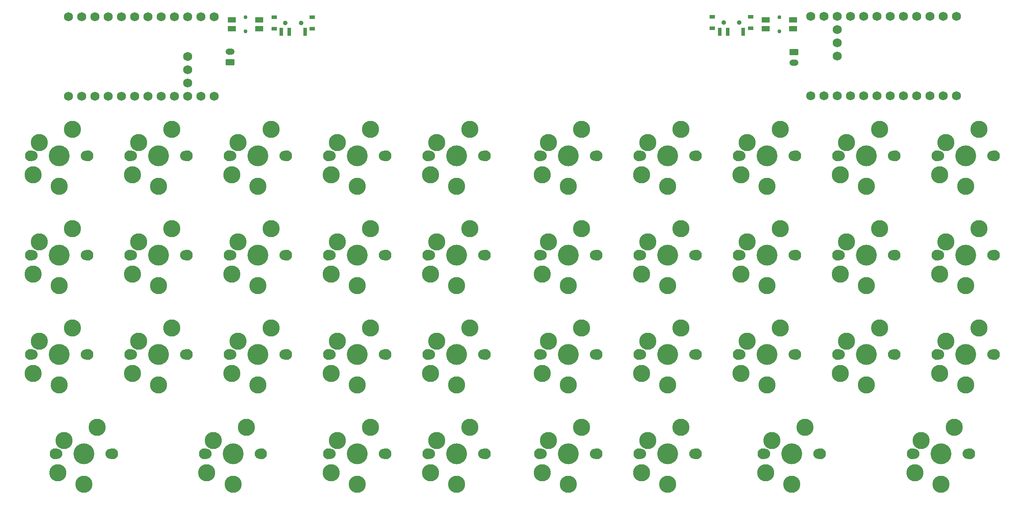
<source format=gbr>
%TF.GenerationSoftware,KiCad,Pcbnew,7.0.6*%
%TF.CreationDate,2023-11-09T09:41:33-05:00*%
%TF.ProjectId,split38,73706c69-7433-4382-9e6b-696361645f70,rev?*%
%TF.SameCoordinates,Original*%
%TF.FileFunction,Soldermask,Top*%
%TF.FilePolarity,Negative*%
%FSLAX46Y46*%
G04 Gerber Fmt 4.6, Leading zero omitted, Abs format (unit mm)*
G04 Created by KiCad (PCBNEW 7.0.6) date 2023-11-09 09:41:33*
%MOMM*%
%LPD*%
G01*
G04 APERTURE LIST*
G04 Aperture macros list*
%AMRoundRect*
0 Rectangle with rounded corners*
0 $1 Rounding radius*
0 $2 $3 $4 $5 $6 $7 $8 $9 X,Y pos of 4 corners*
0 Add a 4 corners polygon primitive as box body*
4,1,4,$2,$3,$4,$5,$6,$7,$8,$9,$2,$3,0*
0 Add four circle primitives for the rounded corners*
1,1,$1+$1,$2,$3*
1,1,$1+$1,$4,$5*
1,1,$1+$1,$6,$7*
1,1,$1+$1,$8,$9*
0 Add four rect primitives between the rounded corners*
20,1,$1+$1,$2,$3,$4,$5,0*
20,1,$1+$1,$4,$5,$6,$7,0*
20,1,$1+$1,$6,$7,$8,$9,0*
20,1,$1+$1,$8,$9,$2,$3,0*%
G04 Aperture macros list end*
%ADD10RoundRect,0.250000X0.625000X-0.350000X0.625000X0.350000X-0.625000X0.350000X-0.625000X-0.350000X0*%
%ADD11O,1.750000X1.200000*%
%ADD12R,1.000000X0.800000*%
%ADD13C,0.900000*%
%ADD14R,0.700000X1.500000*%
%ADD15C,1.752600*%
%ADD16RoundRect,0.250000X-0.625000X0.350000X-0.625000X-0.350000X0.625000X-0.350000X0.625000X0.350000X0*%
%ADD17C,0.750000*%
%ADD18R,1.550000X1.000000*%
%ADD19C,2.100000*%
%ADD20C,1.900000*%
%ADD21C,3.000000*%
%ADD22C,3.300000*%
%ADD23C,4.000000*%
G04 APERTURE END LIST*
D10*
%TO.C,J1*%
X66144889Y-39199187D03*
D11*
X66144889Y-37199187D03*
%TD*%
D12*
%TO.C,SW1*%
X81874756Y-32776021D03*
X81874756Y-30566021D03*
D13*
X79724756Y-31666021D03*
X76724756Y-31666021D03*
D12*
X74574756Y-32776021D03*
X74574756Y-30566021D03*
D14*
X80474756Y-33426021D03*
X77474756Y-33426021D03*
X75974756Y-33426021D03*
%TD*%
D15*
%TO.C,U1*%
X35163100Y-45720000D03*
X37703100Y-45720000D03*
X40243100Y-45720000D03*
X42783100Y-45720000D03*
X45323100Y-45720000D03*
X47863100Y-45720000D03*
X50403100Y-45720000D03*
X52943100Y-45720000D03*
X55483100Y-45720000D03*
X58023100Y-45720000D03*
X60563100Y-45720000D03*
X63103100Y-45720000D03*
X63103100Y-30480000D03*
X60563100Y-30480000D03*
X58023100Y-30480000D03*
X55483100Y-30480000D03*
X52943100Y-30480000D03*
X50403100Y-30480000D03*
X47863100Y-30480000D03*
X45323100Y-30480000D03*
X42783100Y-30480000D03*
X40243100Y-30480000D03*
X37703100Y-30480000D03*
X35163100Y-30480000D03*
X58023100Y-43180000D03*
X58023100Y-40640000D03*
X58023100Y-38100000D03*
%TD*%
D16*
%TO.C,J2*%
X174224415Y-37286478D03*
D11*
X174224415Y-39286478D03*
%TD*%
D17*
%TO.C,SW4*%
X171450000Y-30587500D03*
X171450000Y-33337500D03*
D18*
X168825000Y-31112500D03*
X174075000Y-31112500D03*
X168825000Y-32812500D03*
X174075000Y-32812500D03*
%TD*%
D12*
%TO.C,SW2*%
X165909615Y-32713808D03*
X165909615Y-30503808D03*
D13*
X163759615Y-31603808D03*
X160759615Y-31603808D03*
D12*
X158609615Y-32713808D03*
X158609615Y-30503808D03*
D14*
X164509615Y-33363808D03*
X161509615Y-33363808D03*
X160009615Y-33363808D03*
%TD*%
D17*
%TO.C,SW3*%
X69056250Y-30587500D03*
X69056250Y-33337500D03*
D18*
X66431250Y-31112500D03*
X71681250Y-31112500D03*
X66431250Y-32812500D03*
X71681250Y-32812500D03*
%TD*%
D15*
%TO.C,U2*%
X205373001Y-30463274D03*
X202833001Y-30463274D03*
X200293001Y-30463274D03*
X197753001Y-30463274D03*
X195213001Y-30463274D03*
X192673001Y-30463274D03*
X190133001Y-30463274D03*
X187593001Y-30463274D03*
X185053001Y-30463274D03*
X182513001Y-30463274D03*
X179973001Y-30463274D03*
X177433001Y-30463274D03*
X177433001Y-45703274D03*
X179973001Y-45703274D03*
X182513001Y-45703274D03*
X185053001Y-45703274D03*
X187593001Y-45703274D03*
X190133001Y-45703274D03*
X192673001Y-45703274D03*
X195213001Y-45703274D03*
X197753001Y-45703274D03*
X200293001Y-45703274D03*
X202833001Y-45703274D03*
X205373001Y-45703274D03*
X182513001Y-33003274D03*
X182513001Y-35543274D03*
X182513001Y-38083274D03*
%TD*%
D19*
%TO.C,MX14*%
X95987500Y-95250000D03*
X95987500Y-95250000D03*
D20*
X95567500Y-95250000D03*
X95567500Y-95250000D03*
D21*
X90487500Y-101150000D03*
D22*
X90487500Y-101150000D03*
D23*
X90487500Y-95250000D03*
X90487500Y-95250000D03*
D21*
X85487500Y-98950000D03*
D22*
X85487500Y-98950000D03*
D20*
X85407500Y-95250000D03*
X85407500Y-95250000D03*
D19*
X84987500Y-95250000D03*
X84987500Y-95250000D03*
D22*
X86677500Y-92710000D03*
X93027500Y-90170000D03*
%TD*%
D19*
%TO.C,MX30*%
X212668800Y-76200000D03*
X212668800Y-76200000D03*
D20*
X212248800Y-76200000D03*
X212248800Y-76200000D03*
D21*
X207168800Y-82100000D03*
D22*
X207168800Y-82100000D03*
D23*
X207168800Y-76200000D03*
X207168800Y-76200000D03*
D21*
X202168800Y-79900000D03*
D22*
X202168800Y-79900000D03*
D20*
X202088800Y-76200000D03*
X202088800Y-76200000D03*
D19*
X201668800Y-76200000D03*
X201668800Y-76200000D03*
D22*
X203358800Y-73660000D03*
X209708800Y-71120000D03*
%TD*%
D19*
%TO.C,MX13*%
X76937500Y-95250000D03*
X76937500Y-95250000D03*
D20*
X76517500Y-95250000D03*
X76517500Y-95250000D03*
D21*
X71437500Y-101150000D03*
D22*
X71437500Y-101150000D03*
D23*
X71437500Y-95250000D03*
X71437500Y-95250000D03*
D21*
X66437500Y-98950000D03*
D22*
X66437500Y-98950000D03*
D20*
X66357500Y-95250000D03*
X66357500Y-95250000D03*
D19*
X65937500Y-95250000D03*
X65937500Y-95250000D03*
D22*
X67627500Y-92710000D03*
X73977500Y-90170000D03*
%TD*%
D19*
%TO.C,MX1*%
X38837500Y-57150000D03*
X38837500Y-57150000D03*
D20*
X38417500Y-57150000D03*
X38417500Y-57150000D03*
D21*
X33337500Y-63050000D03*
D22*
X33337500Y-63050000D03*
D23*
X33337500Y-57150000D03*
X33337500Y-57150000D03*
D21*
X28337500Y-60850000D03*
D22*
X28337500Y-60850000D03*
D20*
X28257500Y-57150000D03*
X28257500Y-57150000D03*
D19*
X27837500Y-57150000D03*
X27837500Y-57150000D03*
D22*
X29527500Y-54610000D03*
X35877500Y-52070000D03*
%TD*%
D19*
%TO.C,MX12*%
X57887500Y-95250000D03*
X57887500Y-95250000D03*
D20*
X57467500Y-95250000D03*
X57467500Y-95250000D03*
D21*
X52387500Y-101150000D03*
D22*
X52387500Y-101150000D03*
D23*
X52387500Y-95250000D03*
X52387500Y-95250000D03*
D21*
X47387500Y-98950000D03*
D22*
X47387500Y-98950000D03*
D20*
X47307500Y-95250000D03*
X47307500Y-95250000D03*
D19*
X46887500Y-95250000D03*
X46887500Y-95250000D03*
D22*
X48577500Y-92710000D03*
X54927500Y-90170000D03*
%TD*%
D19*
%TO.C,MX21*%
X136468800Y-57150000D03*
X136468800Y-57150000D03*
D20*
X136048800Y-57150000D03*
X136048800Y-57150000D03*
D21*
X130968800Y-63050000D03*
D22*
X130968800Y-63050000D03*
D23*
X130968800Y-57150000D03*
X130968800Y-57150000D03*
D21*
X125968800Y-60850000D03*
D22*
X125968800Y-60850000D03*
D20*
X125888800Y-57150000D03*
X125888800Y-57150000D03*
D19*
X125468800Y-57150000D03*
X125468800Y-57150000D03*
D22*
X127158800Y-54610000D03*
X133508800Y-52070000D03*
%TD*%
D19*
%TO.C,MX7*%
X57887500Y-76200000D03*
X57887500Y-76200000D03*
D20*
X57467500Y-76200000D03*
X57467500Y-76200000D03*
D21*
X52387500Y-82100000D03*
D22*
X52387500Y-82100000D03*
D23*
X52387500Y-76200000D03*
X52387500Y-76200000D03*
D21*
X47387500Y-79900000D03*
D22*
X47387500Y-79900000D03*
D20*
X47307500Y-76200000D03*
X47307500Y-76200000D03*
D19*
X46887500Y-76200000D03*
X46887500Y-76200000D03*
D22*
X48577500Y-73660000D03*
X54927500Y-71120000D03*
%TD*%
D19*
%TO.C,MX16*%
X95987500Y-114300000D03*
X95987500Y-114300000D03*
D20*
X95567500Y-114300000D03*
X95567500Y-114300000D03*
D21*
X90487500Y-120200000D03*
D22*
X90487500Y-120200000D03*
D23*
X90487500Y-114300000D03*
X90487500Y-114300000D03*
D21*
X85487500Y-118000000D03*
D22*
X85487500Y-118000000D03*
D20*
X85407500Y-114300000D03*
X85407500Y-114300000D03*
D19*
X84987500Y-114300000D03*
X84987500Y-114300000D03*
D22*
X86677500Y-111760000D03*
X93027500Y-109220000D03*
%TD*%
D19*
%TO.C,MX38*%
X179331300Y-114300000D03*
X179331300Y-114300000D03*
D20*
X178911300Y-114300000D03*
X178911300Y-114300000D03*
D21*
X173831300Y-120200000D03*
D22*
X173831300Y-120200000D03*
D23*
X173831300Y-114300000D03*
X173831300Y-114300000D03*
D21*
X168831300Y-118000000D03*
D22*
X168831300Y-118000000D03*
D20*
X168751300Y-114300000D03*
X168751300Y-114300000D03*
D19*
X168331300Y-114300000D03*
X168331300Y-114300000D03*
D22*
X170021300Y-111760000D03*
X176371300Y-109220000D03*
%TD*%
D19*
%TO.C,MX22*%
X155518800Y-57150000D03*
X155518800Y-57150000D03*
D20*
X155098800Y-57150000D03*
X155098800Y-57150000D03*
D21*
X150018800Y-63050000D03*
D22*
X150018800Y-63050000D03*
D23*
X150018800Y-57150000D03*
X150018800Y-57150000D03*
D21*
X145018800Y-60850000D03*
D22*
X145018800Y-60850000D03*
D20*
X144938800Y-57150000D03*
X144938800Y-57150000D03*
D19*
X144518800Y-57150000D03*
X144518800Y-57150000D03*
D22*
X146208800Y-54610000D03*
X152558800Y-52070000D03*
%TD*%
D19*
%TO.C,MX19*%
X72175000Y-114300000D03*
X72175000Y-114300000D03*
D20*
X71755000Y-114300000D03*
X71755000Y-114300000D03*
D21*
X66675000Y-120200000D03*
D22*
X66675000Y-120200000D03*
D23*
X66675000Y-114300000D03*
X66675000Y-114300000D03*
D21*
X61675000Y-118000000D03*
D22*
X61675000Y-118000000D03*
D20*
X61595000Y-114300000D03*
X61595000Y-114300000D03*
D19*
X61175000Y-114300000D03*
X61175000Y-114300000D03*
D22*
X62865000Y-111760000D03*
X69215000Y-109220000D03*
%TD*%
D19*
%TO.C,MX28*%
X174568800Y-76200000D03*
X174568800Y-76200000D03*
D20*
X174148800Y-76200000D03*
X174148800Y-76200000D03*
D21*
X169068800Y-82100000D03*
D22*
X169068800Y-82100000D03*
D23*
X169068800Y-76200000D03*
X169068800Y-76200000D03*
D21*
X164068800Y-79900000D03*
D22*
X164068800Y-79900000D03*
D20*
X163988800Y-76200000D03*
X163988800Y-76200000D03*
D19*
X163568800Y-76200000D03*
X163568800Y-76200000D03*
D22*
X165258800Y-73660000D03*
X171608800Y-71120000D03*
%TD*%
D19*
%TO.C,MX33*%
X174568800Y-95250000D03*
X174568800Y-95250000D03*
D20*
X174148800Y-95250000D03*
X174148800Y-95250000D03*
D21*
X169068800Y-101150000D03*
D22*
X169068800Y-101150000D03*
D23*
X169068800Y-95250000D03*
X169068800Y-95250000D03*
D21*
X164068800Y-98950000D03*
D22*
X164068800Y-98950000D03*
D20*
X163988800Y-95250000D03*
X163988800Y-95250000D03*
D19*
X163568800Y-95250000D03*
X163568800Y-95250000D03*
D22*
X165258800Y-92710000D03*
X171608800Y-90170000D03*
%TD*%
D19*
%TO.C,MX9*%
X95987500Y-76200000D03*
X95987500Y-76200000D03*
D20*
X95567500Y-76200000D03*
X95567500Y-76200000D03*
D21*
X90487500Y-82100000D03*
D22*
X90487500Y-82100000D03*
D23*
X90487500Y-76200000D03*
X90487500Y-76200000D03*
D21*
X85487500Y-79900000D03*
D22*
X85487500Y-79900000D03*
D20*
X85407500Y-76200000D03*
X85407500Y-76200000D03*
D19*
X84987500Y-76200000D03*
X84987500Y-76200000D03*
D22*
X86677500Y-73660000D03*
X93027500Y-71120000D03*
%TD*%
D19*
%TO.C,MX17*%
X115037500Y-114300000D03*
X115037500Y-114300000D03*
D20*
X114617500Y-114300000D03*
X114617500Y-114300000D03*
D21*
X109537500Y-120200000D03*
D22*
X109537500Y-120200000D03*
D23*
X109537500Y-114300000D03*
X109537500Y-114300000D03*
D21*
X104537500Y-118000000D03*
D22*
X104537500Y-118000000D03*
D20*
X104457500Y-114300000D03*
X104457500Y-114300000D03*
D19*
X104037500Y-114300000D03*
X104037500Y-114300000D03*
D22*
X105727500Y-111760000D03*
X112077500Y-109220000D03*
%TD*%
D19*
%TO.C,MX27*%
X155518800Y-76200000D03*
X155518800Y-76200000D03*
D20*
X155098800Y-76200000D03*
X155098800Y-76200000D03*
D21*
X150018800Y-82100000D03*
D22*
X150018800Y-82100000D03*
D23*
X150018800Y-76200000D03*
X150018800Y-76200000D03*
D21*
X145018800Y-79900000D03*
D22*
X145018800Y-79900000D03*
D20*
X144938800Y-76200000D03*
X144938800Y-76200000D03*
D19*
X144518800Y-76200000D03*
X144518800Y-76200000D03*
D22*
X146208800Y-73660000D03*
X152558800Y-71120000D03*
%TD*%
D19*
%TO.C,MX3*%
X76937500Y-57150000D03*
X76937500Y-57150000D03*
D20*
X76517500Y-57150000D03*
X76517500Y-57150000D03*
D21*
X71437500Y-63050000D03*
D22*
X71437500Y-63050000D03*
D23*
X71437500Y-57150000D03*
X71437500Y-57150000D03*
D21*
X66437500Y-60850000D03*
D22*
X66437500Y-60850000D03*
D20*
X66357500Y-57150000D03*
X66357500Y-57150000D03*
D19*
X65937500Y-57150000D03*
X65937500Y-57150000D03*
D22*
X67627500Y-54610000D03*
X73977500Y-52070000D03*
%TD*%
D19*
%TO.C,MX26*%
X136468800Y-76200000D03*
X136468800Y-76200000D03*
D20*
X136048800Y-76200000D03*
X136048800Y-76200000D03*
D21*
X130968800Y-82100000D03*
D22*
X130968800Y-82100000D03*
D23*
X130968800Y-76200000D03*
X130968800Y-76200000D03*
D21*
X125968800Y-79900000D03*
D22*
X125968800Y-79900000D03*
D20*
X125888800Y-76200000D03*
X125888800Y-76200000D03*
D19*
X125468800Y-76200000D03*
X125468800Y-76200000D03*
D22*
X127158800Y-73660000D03*
X133508800Y-71120000D03*
%TD*%
D19*
%TO.C,MX36*%
X136468800Y-114300000D03*
X136468800Y-114300000D03*
D20*
X136048800Y-114300000D03*
X136048800Y-114300000D03*
D21*
X130968800Y-120200000D03*
D22*
X130968800Y-120200000D03*
D23*
X130968800Y-114300000D03*
X130968800Y-114300000D03*
D21*
X125968800Y-118000000D03*
D22*
X125968800Y-118000000D03*
D20*
X125888800Y-114300000D03*
X125888800Y-114300000D03*
D19*
X125468800Y-114300000D03*
X125468800Y-114300000D03*
D22*
X127158800Y-111760000D03*
X133508800Y-109220000D03*
%TD*%
D19*
%TO.C,MX34*%
X193618800Y-95250000D03*
X193618800Y-95250000D03*
D20*
X193198800Y-95250000D03*
X193198800Y-95250000D03*
D21*
X188118800Y-101150000D03*
D22*
X188118800Y-101150000D03*
D23*
X188118800Y-95250000D03*
X188118800Y-95250000D03*
D21*
X183118800Y-98950000D03*
D22*
X183118800Y-98950000D03*
D20*
X183038800Y-95250000D03*
X183038800Y-95250000D03*
D19*
X182618800Y-95250000D03*
X182618800Y-95250000D03*
D22*
X184308800Y-92710000D03*
X190658800Y-90170000D03*
%TD*%
D19*
%TO.C,MX39*%
X207906300Y-114300000D03*
X207906300Y-114300000D03*
D20*
X207486300Y-114300000D03*
X207486300Y-114300000D03*
D21*
X202406300Y-120200000D03*
D22*
X202406300Y-120200000D03*
D23*
X202406300Y-114300000D03*
X202406300Y-114300000D03*
D21*
X197406300Y-118000000D03*
D22*
X197406300Y-118000000D03*
D20*
X197326300Y-114300000D03*
X197326300Y-114300000D03*
D19*
X196906300Y-114300000D03*
X196906300Y-114300000D03*
D22*
X198596300Y-111760000D03*
X204946300Y-109220000D03*
%TD*%
D19*
%TO.C,MX25*%
X212668800Y-57150000D03*
X212668800Y-57150000D03*
D20*
X212248800Y-57150000D03*
X212248800Y-57150000D03*
D21*
X207168800Y-63050000D03*
D22*
X207168800Y-63050000D03*
D23*
X207168800Y-57150000D03*
X207168800Y-57150000D03*
D21*
X202168800Y-60850000D03*
D22*
X202168800Y-60850000D03*
D20*
X202088800Y-57150000D03*
X202088800Y-57150000D03*
D19*
X201668800Y-57150000D03*
X201668800Y-57150000D03*
D22*
X203358800Y-54610000D03*
X209708800Y-52070000D03*
%TD*%
D19*
%TO.C,MX8*%
X76937500Y-76200000D03*
X76937500Y-76200000D03*
D20*
X76517500Y-76200000D03*
X76517500Y-76200000D03*
D21*
X71437500Y-82100000D03*
D22*
X71437500Y-82100000D03*
D23*
X71437500Y-76200000D03*
X71437500Y-76200000D03*
D21*
X66437500Y-79900000D03*
D22*
X66437500Y-79900000D03*
D20*
X66357500Y-76200000D03*
X66357500Y-76200000D03*
D19*
X65937500Y-76200000D03*
X65937500Y-76200000D03*
D22*
X67627500Y-73660000D03*
X73977500Y-71120000D03*
%TD*%
D19*
%TO.C,MX5*%
X115037500Y-57150000D03*
X115037500Y-57150000D03*
D20*
X114617500Y-57150000D03*
X114617500Y-57150000D03*
D21*
X109537500Y-63050000D03*
D22*
X109537500Y-63050000D03*
D23*
X109537500Y-57150000D03*
X109537500Y-57150000D03*
D21*
X104537500Y-60850000D03*
D22*
X104537500Y-60850000D03*
D20*
X104457500Y-57150000D03*
X104457500Y-57150000D03*
D19*
X104037500Y-57150000D03*
X104037500Y-57150000D03*
D22*
X105727500Y-54610000D03*
X112077500Y-52070000D03*
%TD*%
D19*
%TO.C,MX6*%
X38837500Y-76200000D03*
X38837500Y-76200000D03*
D20*
X38417500Y-76200000D03*
X38417500Y-76200000D03*
D21*
X33337500Y-82100000D03*
D22*
X33337500Y-82100000D03*
D23*
X33337500Y-76200000D03*
X33337500Y-76200000D03*
D21*
X28337500Y-79900000D03*
D22*
X28337500Y-79900000D03*
D20*
X28257500Y-76200000D03*
X28257500Y-76200000D03*
D19*
X27837500Y-76200000D03*
X27837500Y-76200000D03*
D22*
X29527500Y-73660000D03*
X35877500Y-71120000D03*
%TD*%
D19*
%TO.C,MX4*%
X95987500Y-57150000D03*
X95987500Y-57150000D03*
D20*
X95567500Y-57150000D03*
X95567500Y-57150000D03*
D21*
X90487500Y-63050000D03*
D22*
X90487500Y-63050000D03*
D23*
X90487500Y-57150000D03*
X90487500Y-57150000D03*
D21*
X85487500Y-60850000D03*
D22*
X85487500Y-60850000D03*
D20*
X85407500Y-57150000D03*
X85407500Y-57150000D03*
D19*
X84987500Y-57150000D03*
X84987500Y-57150000D03*
D22*
X86677500Y-54610000D03*
X93027500Y-52070000D03*
%TD*%
D19*
%TO.C,MX35*%
X212668800Y-95250000D03*
X212668800Y-95250000D03*
D20*
X212248800Y-95250000D03*
X212248800Y-95250000D03*
D21*
X207168800Y-101150000D03*
D22*
X207168800Y-101150000D03*
D23*
X207168800Y-95250000D03*
X207168800Y-95250000D03*
D21*
X202168800Y-98950000D03*
D22*
X202168800Y-98950000D03*
D20*
X202088800Y-95250000D03*
X202088800Y-95250000D03*
D19*
X201668800Y-95250000D03*
X201668800Y-95250000D03*
D22*
X203358800Y-92710000D03*
X209708800Y-90170000D03*
%TD*%
D19*
%TO.C,MX2*%
X57887500Y-57150000D03*
X57887500Y-57150000D03*
D20*
X57467500Y-57150000D03*
X57467500Y-57150000D03*
D21*
X52387500Y-63050000D03*
D22*
X52387500Y-63050000D03*
D23*
X52387500Y-57150000D03*
X52387500Y-57150000D03*
D21*
X47387500Y-60850000D03*
D22*
X47387500Y-60850000D03*
D20*
X47307500Y-57150000D03*
X47307500Y-57150000D03*
D19*
X46887500Y-57150000D03*
X46887500Y-57150000D03*
D22*
X48577500Y-54610000D03*
X54927500Y-52070000D03*
%TD*%
D19*
%TO.C,MX23*%
X174568800Y-57150000D03*
X174568800Y-57150000D03*
D20*
X174148800Y-57150000D03*
X174148800Y-57150000D03*
D21*
X169068800Y-63050000D03*
D22*
X169068800Y-63050000D03*
D23*
X169068800Y-57150000D03*
X169068800Y-57150000D03*
D21*
X164068800Y-60850000D03*
D22*
X164068800Y-60850000D03*
D20*
X163988800Y-57150000D03*
X163988800Y-57150000D03*
D19*
X163568800Y-57150000D03*
X163568800Y-57150000D03*
D22*
X165258800Y-54610000D03*
X171608800Y-52070000D03*
%TD*%
D19*
%TO.C,MX31*%
X136468800Y-95250000D03*
X136468800Y-95250000D03*
D20*
X136048800Y-95250000D03*
X136048800Y-95250000D03*
D21*
X130968800Y-101150000D03*
D22*
X130968800Y-101150000D03*
D23*
X130968800Y-95250000D03*
X130968800Y-95250000D03*
D21*
X125968800Y-98950000D03*
D22*
X125968800Y-98950000D03*
D20*
X125888800Y-95250000D03*
X125888800Y-95250000D03*
D19*
X125468800Y-95250000D03*
X125468800Y-95250000D03*
D22*
X127158800Y-92710000D03*
X133508800Y-90170000D03*
%TD*%
D19*
%TO.C,MX32*%
X155518800Y-95250000D03*
X155518800Y-95250000D03*
D20*
X155098800Y-95250000D03*
X155098800Y-95250000D03*
D21*
X150018800Y-101150000D03*
D22*
X150018800Y-101150000D03*
D23*
X150018800Y-95250000D03*
X150018800Y-95250000D03*
D21*
X145018800Y-98950000D03*
D22*
X145018800Y-98950000D03*
D20*
X144938800Y-95250000D03*
X144938800Y-95250000D03*
D19*
X144518800Y-95250000D03*
X144518800Y-95250000D03*
D22*
X146208800Y-92710000D03*
X152558800Y-90170000D03*
%TD*%
D19*
%TO.C,MX37*%
X155518800Y-114300000D03*
X155518800Y-114300000D03*
D20*
X155098800Y-114300000D03*
X155098800Y-114300000D03*
D21*
X150018800Y-120200000D03*
D22*
X150018800Y-120200000D03*
D23*
X150018800Y-114300000D03*
X150018800Y-114300000D03*
D21*
X145018800Y-118000000D03*
D22*
X145018800Y-118000000D03*
D20*
X144938800Y-114300000D03*
X144938800Y-114300000D03*
D19*
X144518800Y-114300000D03*
X144518800Y-114300000D03*
D22*
X146208800Y-111760000D03*
X152558800Y-109220000D03*
%TD*%
D19*
%TO.C,MX29*%
X193618800Y-76200000D03*
X193618800Y-76200000D03*
D20*
X193198800Y-76200000D03*
X193198800Y-76200000D03*
D21*
X188118800Y-82100000D03*
D22*
X188118800Y-82100000D03*
D23*
X188118800Y-76200000D03*
X188118800Y-76200000D03*
D21*
X183118800Y-79900000D03*
D22*
X183118800Y-79900000D03*
D20*
X183038800Y-76200000D03*
X183038800Y-76200000D03*
D19*
X182618800Y-76200000D03*
X182618800Y-76200000D03*
D22*
X184308800Y-73660000D03*
X190658800Y-71120000D03*
%TD*%
D19*
%TO.C,MX15*%
X115037500Y-95250000D03*
X115037500Y-95250000D03*
D20*
X114617500Y-95250000D03*
X114617500Y-95250000D03*
D21*
X109537500Y-101150000D03*
D22*
X109537500Y-101150000D03*
D23*
X109537500Y-95250000D03*
X109537500Y-95250000D03*
D21*
X104537500Y-98950000D03*
D22*
X104537500Y-98950000D03*
D20*
X104457500Y-95250000D03*
X104457500Y-95250000D03*
D19*
X104037500Y-95250000D03*
X104037500Y-95250000D03*
D22*
X105727500Y-92710000D03*
X112077500Y-90170000D03*
%TD*%
D19*
%TO.C,MX11*%
X38837500Y-95250000D03*
X38837500Y-95250000D03*
D20*
X38417500Y-95250000D03*
X38417500Y-95250000D03*
D21*
X33337500Y-101150000D03*
D22*
X33337500Y-101150000D03*
D23*
X33337500Y-95250000D03*
X33337500Y-95250000D03*
D21*
X28337500Y-98950000D03*
D22*
X28337500Y-98950000D03*
D20*
X28257500Y-95250000D03*
X28257500Y-95250000D03*
D19*
X27837500Y-95250000D03*
X27837500Y-95250000D03*
D22*
X29527500Y-92710000D03*
X35877500Y-90170000D03*
%TD*%
D19*
%TO.C,MX24*%
X193618800Y-57150000D03*
X193618800Y-57150000D03*
D20*
X193198800Y-57150000D03*
X193198800Y-57150000D03*
D21*
X188118800Y-63050000D03*
D22*
X188118800Y-63050000D03*
D23*
X188118800Y-57150000D03*
X188118800Y-57150000D03*
D21*
X183118800Y-60850000D03*
D22*
X183118800Y-60850000D03*
D20*
X183038800Y-57150000D03*
X183038800Y-57150000D03*
D19*
X182618800Y-57150000D03*
X182618800Y-57150000D03*
D22*
X184308800Y-54610000D03*
X190658800Y-52070000D03*
%TD*%
D19*
%TO.C,MX10*%
X115037500Y-76200000D03*
X115037500Y-76200000D03*
D20*
X114617500Y-76200000D03*
X114617500Y-76200000D03*
D21*
X109537500Y-82100000D03*
D22*
X109537500Y-82100000D03*
D23*
X109537500Y-76200000D03*
X109537500Y-76200000D03*
D21*
X104537500Y-79900000D03*
D22*
X104537500Y-79900000D03*
D20*
X104457500Y-76200000D03*
X104457500Y-76200000D03*
D19*
X104037500Y-76200000D03*
X104037500Y-76200000D03*
D22*
X105727500Y-73660000D03*
X112077500Y-71120000D03*
%TD*%
D19*
%TO.C,MX18*%
X43600000Y-114300000D03*
X43600000Y-114300000D03*
D20*
X43180000Y-114300000D03*
X43180000Y-114300000D03*
D21*
X38100000Y-120200000D03*
D22*
X38100000Y-120200000D03*
D23*
X38100000Y-114300000D03*
X38100000Y-114300000D03*
D21*
X33100000Y-118000000D03*
D22*
X33100000Y-118000000D03*
D20*
X33020000Y-114300000D03*
X33020000Y-114300000D03*
D19*
X32600000Y-114300000D03*
X32600000Y-114300000D03*
D22*
X34290000Y-111760000D03*
X40640000Y-109220000D03*
%TD*%
M02*

</source>
